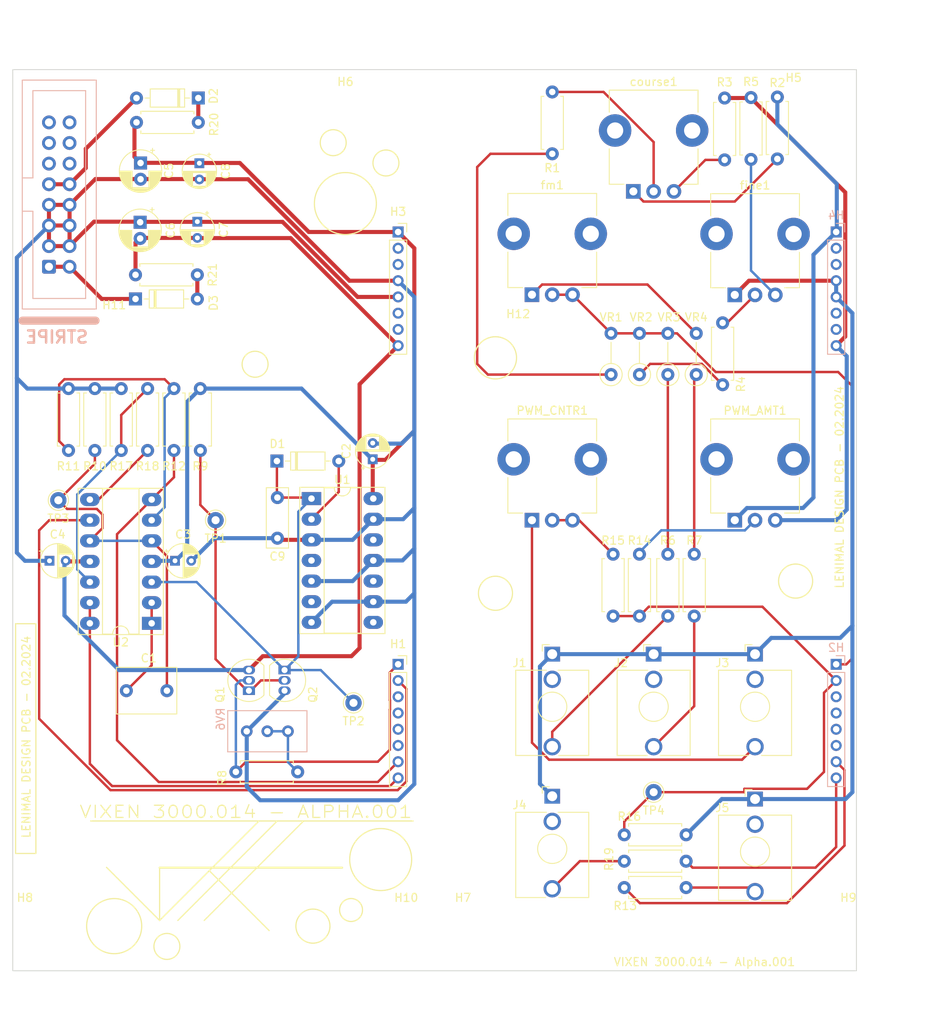
<source format=kicad_pcb>
(kicad_pcb (version 20221018) (generator pcbnew)
  (layers (0 "F.Cu" signal) (31 "B.Cu" signal) (34 "B.Paste" user) (35 "F.Paste" user) (36 "B.SilkS" user "B.Silkscreen") (37 "F.SilkS" user "F.Silkscreen") (38 "B.Mask" user) (39 "F.Mask" user) (44 "Edge.Cuts" user))
  (net 0 "")
  (net 1 "Net-(U2A--)")
  (net 2 "Net-(U2B-+)")
  (net 3 "GNDD")
  (net 4 "+12V")
  (net 5 "-12V")
  (net 6 "Net-(R2-Pad1)")
  (net 7 "Net-(R1-Pad1)")
  (net 8 "Net-(R3-Pad2)")
  (net 9 "Net-(D1-A)")
  (net 10 "Net-(R4-Pad1)")
  (net 11 "Net-(R5-Pad2)")
  (net 12 "Net-(VR4-Pad2)")
  (net 13 "Net-(Q1-B)")
  (net 14 "Net-(J1-PadT)")
  (net 16 "Net-(J2-PadT)")
  (net 18 "Net-(J3-PadT)")
  (net 20 "Net-(J4-PadT)")
  (net 22 "Net-(J5-PadT)")
  (net 30 "Net-(PWM_AMT1-Pad2)")
  (net 31 "Net-(Q1-C)")
  (net 32 "Net-(R1-Pad2)")
  (net 33 "Net-(R4-Pad2)")
  (net 34 "Net-(R6-Pad2)")
  (net 35 "Net-(R7-Pad2)")
  (net 36 "Net-(R8-Pad2)")
  (net 37 "Net-(U2B--)")
  (net 38 "Net-(U2D-+)")
  (net 39 "Net-(R18-Pad1)")
  (net 45 "Net-(PWM_CNTR1-Pad2)")
  (net 46 "Net-(D1-K)")
  (net 47 "Net-(U2C--)")
  (net 48 "Net-(H1-Pad7)")
  (net 49 "Net-(U2D--)")
  (net 50 "Net-(H2-Pad2)")
  (net 51 "Net-(H2-Pad7)")
  (net 52 "Net-(H2-Pad8)")
  (net 69 "Net-(H2-Pad1)")
  (net 70 "Net-(D2-K)")
  (net 71 "Net-(D2-A)")
  (net 72 "Net-(D3-K)")
  (net 73 "Net-(D3-A)")
  (footprint "synth-custom:R_Axial_DIN0207_L6.3mm_D2.5mm_P7.62mm_Horizontal" (layer "F.Cu") (at 41.97 97.71 90)
    (fp_text reference "R17")
    (fp_text value "68K")
  )
  (footprint "synth-custom:R_Axial_DIN0207_L6.3mm_D2.5mm_P7.62mm_Horizontal" (layer "F.Cu") (at 116.35 54.3 -90)
    (fp_text reference "R3")
    (fp_text value "33K")
  )
  (footprint "Capacitor_THT:CP_Radial_D5.0mm_P2.00mm" (layer "F.Cu") (at 44.3 69.6 -90)
    (fp_text reference "C6")
    (fp_text value "47uFx16V")
  )
  (footprint "Capacitor_THT:CP_Radial_D4.0mm_P2.00mm" (layer "F.Cu") (at 72.97 98.8 90)
    (fp_text reference "C2")
    (fp_text value "0.1uF")
  )
  (footprint "synth-custom:R_Axial_DIN0207_L6.3mm_D2.5mm_P7.62mm_Horizontal" (layer "F.Cu") (at 43.73 76.0774)
    (fp_text reference "R21")
    (fp_text value "10")
  )
  (footprint "Resistor_THT:R_Axial_DIN0207_L6.3mm_D2.5mm_P5.08mm_Vertical" (layer "F.Cu") (at 109.35 88.365 90)
    (fp_text reference "VR3")
    (fp_text value "NTC 10K")
  )
  (footprint "Connector_Pin:Pin_D1.0mm_L10.0mm" (layer "F.Cu") (at 53.6 106.3)
    (fp_text reference "TP1")
    (fp_text value "A")
  )
  (footprint "synth-custom:R_Axial_DIN0207_L6.3mm_D2.5mm_P7.62mm_Horizontal" (layer "F.Cu") (at 109.35 118.11 90)
    (fp_text reference "R6")
    (fp_text value "100K")
  )
  (footprint "synth-custom:R_Axial_DIN0207_L6.3mm_D2.5mm_P7.62mm_Horizontal" (layer "F.Cu") (at 105.85 118.11 90)
    (fp_text reference "R14")
    (fp_text value "100K")
  )
  (footprint "MountingHole:MountingHole_3.5mm" (layer "F.Cu") (at 95.1 84.3)
    (fp_text reference "H12")
    (fp_text value "MountingHole" hide)
  )
  (footprint "Potentiometer_THT:Potentiometer_TT_P0915N" (layer "F.Cu") (at 105.1 65.8)
    (fp_text reference "course1")
    (fp_text value "B100K")
  )
  (footprint "synth-custom:PinSocket_1x08_P2.00mm_Vertical" (layer "F.Cu") (at 76.1 124.05)
    (fp_text reference "H1")
    (fp_text value "BTN_SGN")
  )
  (footprint "MountingHole:MountingHole_3.5mm" (layer "F.Cu") (at 41.1 84.3)
    (fp_text reference "H11")
    (fp_text value "MountingHole")
  )
  (footprint "MountingHole:MountingHole_3.5mm" (layer "F.Cu") (at 87.1 157.3)
    (fp_text reference "H7")
    (fp_text value "MountingHole")
  )
  (footprint "Capacitor_THT:CP_Radial_D4.0mm_P2.00mm" (layer "F.Cu") (at 48.6 111.3)
    (fp_text reference "C3")
    (fp_text value "0.1uF")
  )
  (footprint "Diode_THT:D_DO-35_SOD27_P7.62mm_Horizontal" (layer "F.Cu") (at 43.73 79.05)
    (fp_text reference "D3")
    (fp_text value "1N5819")
  )
  (footprint "synth-custom:Jack_3.5mm_QingPu_WQP-PJ398SM_Vertical_CircularHoles" (layer "F.Cu") (at 120.1 140.65)
    (fp_text reference "J5")
    (fp_text value "SAW")
  )
  (footprint "Resistor_THT:R_Axial_DIN0207_L6.3mm_D2.5mm_P5.08mm_Vertical" (layer "F.Cu") (at 102.35 88.365 90)
    (fp_text reference "VR1")
    (fp_text value "NTC 10K")
  )
  (footprint "synth-custom:R_Axial_DIN0207_L6.3mm_D2.5mm_P7.62mm_Horizontal" (layer "F.Cu") (at 112.6 118.11 90)
    (fp_text reference "R7")
    (fp_text value "100K")
  )
  (footprint "synth-custom:R_Axial_DIN0207_L6.3mm_D2.5mm_P7.62mm_Horizontal" (layer "F.Cu") (at 111.6 148.3 180)
    (fp_text reference "R19")
    (fp_text value "1K")
  )
  (footprint "synth-custom:R_Axial_DIN0207_L6.3mm_D2.5mm_P7.62mm_Horizontal" (layer "F.Cu") (at 38.72 90.09 -90)
    (fp_text reference "R10")
    (fp_text value "100K")
  )
  (footprint "MountingHole:MountingHole_3.5mm" (layer "F.Cu") (at 74.1 157.3)
    (fp_text reference "H10")
    (fp_text value "MountingHole" hide)
  )
  (footprint "Capacitor_THT:CP_Radial_D4.0mm_P2.00mm" (layer "F.Cu") (at 51.6 62.327401 -90)
    (fp_text reference "C8")
    (fp_text value "0.1uF")
  )
  (footprint "synth-custom:Jack_3.5mm_QingPu_WQP-PJ398SM_Vertical_CircularHoles" (layer "F.Cu") (at 107.6 122.8)
    (fp_text reference "J2")
    (fp_text value "FM")
  )
  (footprint "synth-custom:R_Axial_DIN0207_L6.3mm_D2.5mm_P7.62mm_Horizontal" (layer "F.Cu") (at 119.6 54.24 -90)
    (fp_text reference "R5")
    (fp_text value "100K")
  )
  (footprint "MountingHole:MountingHole_3.5mm" (layer "F.Cu") (at 128.1 157.3)
    (fp_text reference "H9")
    (fp_text value "MountingHole" hide)
  )
  (footprint "MountingHole:MountingHole_3.5mm" (layer "F.Cu") (at 128.1 55.3)
    (fp_text reference "H5")
    (fp_text value "MountingHole" hide)
  )
  (footprint "MountingHole:MountingHole_3.5mm" (layer "F.Cu") (at 74.1 55.3)
    (fp_text reference "H6")
    (fp_text value "MountingHole" hide)
  )
  (footprint "Diode_THT:D_DO-35_SOD27_P7.62mm_Horizontal" (layer "F.Cu") (at 51.47 54.3 180)
    (fp_text reference "D2")
    (fp_text value "1N5819")
  )
  (footprint "synth-custom:R_Axial_DIN0207_L6.3mm_D2.5mm_P7.62mm_Horizontal" (layer "F.Cu") (at 56.1 137.3)
    (fp_text reference "R8")
    (fp_text value "1.5K")
  )
  (footprint "Potentiometer_THT:Potentiometer_TT_P0915N" (layer "F.Cu") (at 92.6 106.3)
    (fp_text reference "PWM_CNTR1")
    (fp_text value "B250K")
  )
  (footprint "Capacitor_THT:CP_Radial_D4.0mm_P2.00mm" (layer "F.Cu") (at 33.127401 111.3)
    (fp_text reference "C4")
    (fp_text value "0.1uF")
  )
  (footprint "MountingHole:MountingHole_3.5mm" (layer "F.Cu") (at 33.1 157.3)
    (fp_text reference "H8")
    (fp_text value "MountingHole")
  )
  (footprint "Package_TO_SOT_THT:TO-92_Inline" (layer "F.Cu") (at 62.1 124.76 -90)
    (fp_text reference "Q2")
    (fp_text value "BC548")
  )
  (footprint "synth-custom:Jack_3.5mm_QingPu_WQP-PJ398SM_Vertical_CircularHoles" (layer "F.Cu") (at 120.1 122.8)
    (fp_text reference "J3")
    (fp_text value "PWM")
  )
  (footprint "Diode_THT:D_DO-35_SOD27_P7.62mm_Horizontal" (layer "F.Cu") (at 61.16 99.015)
    (fp_text reference "D1")
    (fp_text value "1N4148")
  )
  (footprint "Capacitor_THT:CP_Radial_D5.0mm_P2.00mm" (layer "F.Cu") (at 44.35 62.3 -90)
    (fp_text reference "C5")
    (fp_text value "47uFx16V")
  )
  (footprint "Package_TO_SOT_THT:TO-92_Inline" (layer "F.Cu") (at 57.71 127.3 90)
    (fp_text reference "Q1")
    (fp_text value "BC558")
  )
  (footprint "synth-custom:Jack_3.5mm_QingPu_WQP-PJ398SM_Vertical_CircularHoles" (layer "F.Cu") (at 95.1 140.3)
    (fp_text reference "J4")
    (fp_text value "PULSE")
  )
  (footprint "Connector_Pin:Pin_D1.0mm_L10.0mm" (layer "F.Cu") (at 70.6 128.8)
    (fp_text reference "TP2")
    (fp_text value "B")
  )
  (footprint "Capacitor_THT:CP_Radial_D4.0mm_P2.00mm" (layer "F.Cu") (at 51.35 69.527401 -90)
    (fp_text reference "C7")
    (fp_text value "0.1uF")
  )
  (footprint "Potentiometer_THT:Potentiometer_TT_P0915N" (layer "F.Cu") (at 92.6 78.525)
    (fp_text reference "fm1")
    (fp_text value "B1M")
  )
  (footprint "synth-custom:R_Axial_DIN0207_L6.3mm_D2.5mm_P7.62mm_Horizontal" (layer "F.Cu") (at 102.6 118.11 90)
    (fp_text reference "R15")
    (fp_text value "68K")
  )
  (footprint "synth-custom:R_Axial_DIN0207_L6.3mm_D2.5mm_P7.62mm_Horizontal" (layer "F.Cu") (at 111.6 151.55 180)
    (fp_text reference "R13")
    (fp_text value "1K")
  )
  (footprint "synth-custom:R_Axial_DIN0207_L6.3mm_D2.5mm_P7.62mm_Horizontal" (layer "F.Cu") (at 122.85 61.8 90)
    (fp_text reference "R2")
    (fp_text value "100K")
  )
  (footprint "synth-custom:R_Axial_DIN0207_L6.3mm_D2.5mm_P7.62mm_Horizontal" (layer "F.Cu") (at 43.85 57.3)
    (fp_text reference "R20")
    (fp_text value "10")
  )
  (footprint "synth-custom:R_Axial_DIN0207_L6.3mm_D2.5mm_P7.62mm_Horizontal" (layer "F.Cu") (at 45.22 97.71 90)
    (fp_text reference "R18")
    (fp_text value "100K")
  )
  (footprint "Connector_Pin:Pin_D1.0mm_L10.0mm" (layer "F.Cu") (at 107.6 139.8)
    (fp_text reference "TP4")
    (fp_text value "D")
  )
  (footprint "synth-custom:R_Axial_DIN0207_L6.3mm_D2.5mm_P7.62mm_Horizontal" (layer "F.Cu") (at 95.1 53.55 -90)
    (fp_text reference "R1")
    (fp_text value "100K")
  )
  (footprint "Resistor_THT:R_Axial_DIN0207_L6.3mm_D2.5mm_P5.08mm_Vertical" (layer "F.Cu") (at 112.85 88.365 90)
    (fp_text reference "VR4")
    (fp_text value "NTC 10K")
  )
  (footprint "Resistor_THT:R_Axial_DIN0207_L6.3mm_D2.5mm_P5.08mm_Vertical" (layer "F.Cu") (at 105.85 88.365 90)
    (fp_text reference "VR2")
    (fp_text value "NTC 10K")
  )
  (footprint "Package_DIP:DIP-14_W7.62mm_Socket_LongPads" (layer "F.Cu") (at 65.42 103.64)
    (fp_text reference "U1")
    (fp_text value "40106")
  )
  (footprint "Connector_Pin:Pin_D1.0mm_L10.0mm" (layer "F.Cu") (at 34.22 103.84)
    (fp_text reference "TP3")
    (fp_text value "C")
  )
  (footprint "Package_DIP:DIP-14_W7.62mm_Socket_LongPads" (layer "F.Cu") (at 45.72 119 180)
    (fp_text reference "U2")
    (fp_text value "TL074")
  )
  (footprint "synth-custom:R_Axial_DIN0207_L6.3mm_D2.5mm_P7.62mm_Horizontal" (layer "F.Cu") (at 48.47 97.71 90)
    (fp_text reference "R12")
    (fp_text value "100K")
  )
  (footprint "Potentiometer_THT:Potentiometer_TT_P0915N" (layer "F.Cu") (at 117.6 78.55)
    (fp_text reference "fine1")
    (fp_text value "B100K")
  )
  (footprint "synth-custom:C_RECT_MKT_1uF" (layer "F.Cu") (at 42.6 127.3)
    (fp_text reference "C1")
    (fp_text value "1 uF")
  )
  (footprint "Potentiometer_THT:Potentiometer_TT_P0915N" (layer "F.Cu") (at 117.6 106.3)
    (fp_text reference "PWM_AMT1")
    (fp_text value "B100K")
  )
  (footprint "synth-custom:R_Axial_DIN0207_L6.3mm_D2.5mm_P7.62mm_Horizontal" (layer "F.Cu") (at 103.98 145.05)
    (fp_text reference "R16")
    (fp_text value "14K")
  )
  (footprint "synth-custom:Jack_3.5mm_QingPu_WQP-PJ398SM_Vertical_CircularHoles" (layer "F.Cu") (at 95.1 122.8)
    (fp_text reference "J1")
    (fp_text value "1V/OCT")
  )
  (footprint "synth-custom:R_Axial_DIN0207_L6.3mm_D2.5mm_P7.62mm_Horizontal" (layer "F.Cu") (at 51.72 97.71 90)
    (fp_text reference "R9")
    (fp_text value "1M")
  )
  (footprint "synth-custom:PinSocket_1x08_P2.00mm_Vertical" (layer "F.Cu") (at 76.1 70.8)
    (fp_text reference "H3")
    (fp_text value "BTM_PWR")
  )
  (footprint "synth-custom:R_Axial_DIN0207_L6.3mm_D2.5mm_P7.62mm_Horizontal" (layer "F.Cu") (at 35.47 90.09 -90)
    (fp_text reference "R11")
    (fp_text value "47K")
  )
  (footprint "synth-custom:R_Axial_DIN0207_L6.3mm_D2.5mm_P7.62mm_Horizontal" (layer "F.Cu") (at 116.1 81.99 -90)
    (fp_text reference "R4")
    (fp_text value "1M")
  )
  (footprint "synth-custom:C_RECT_WIMA_0.1uF" (layer "F.Cu") (at 61.22 103.515 -90)
    (fp_text reference "C9")
    (fp_text value "2.2nF")
  )
  (footprint "synth-custom:CONN_02x08_PWR" (layer "B.Cu") (at 34.3 66.22 180)
    (fp_text reference "J6" hide)
    (fp_text value "PWR" hide)
  )
  (footprint "synth-custom:PinHeader_1x08_P2.00mm_Vertical" (layer "B.Cu") (at 130.1 70.8 180)
    (fp_text reference "H4")
    (fp_text value "TOP_PWR")
  )
  (footprint "synth-custom:PinHeader_1x08_P2.00mm_Vertical" (layer "B.Cu") (at 130.1 124.05 180)
    (fp_text reference "H2")
    (fp_text value "TOP_SGN")
  )
  (footprint "Potentiometer_THT:Potentiometer_Bourns_3296W_Vertical" (layer "B.Cu") (at 62.52 132.3)
    (fp_text reference "RV6")
    (fp_text value "1K")
  )
  (gr_circle (center 125.1 113.8) (end 127.2 113.8) (stroke (width 0.15)) (fill none) (layer "F.SilkS"))
  (gr_line (start 58.95 143.35) (end 46.7 155.6) (stroke (width 0.15)) (layer "F.SilkS"))
  (gr_line (start 61.2 143.35) (end 48.95 155.6) (stroke (width 0.15)) (layer "F.SilkS"))
  (gr_circle (center 47.6 158.8) (end 49.2 158.8) (stroke (width 0.15)) (fill none) (layer "F.SilkS"))
  (gr_line (start 64.45 143.35) (end 52.2 155.6) (stroke (width 0.15)) (layer "F.SilkS"))
  (gr_rect (start 28.95 119.05) (end 31.45 147.35) (stroke (width 0.15)) (fill none) (layer "F.SilkS"))
  (gr_circle (center 73.95 148.1) (end 76.65 150.8) (stroke (width 0.15)) (fill none) (layer "F.SilkS"))
  (gr_circle (center 65.6 156.3) (end 67.7 156.3) (stroke (width 0.15)) (fill none) (layer "F.SilkS"))
  (gr_circle (center 74.6 62.3) (end 76.2 62.3) (stroke (width 0.15)) (fill none) (layer "F.SilkS"))
  (gr_circle (center 70.3 154.314213) (end 71.3 155.314213) (stroke (width 0.15)) (fill none) (layer "F.SilkS"))
  (gr_circle (center 88.1 86.3) (end 90.7 86.3) (stroke (width 0.15)) (fill none) (layer "F.SilkS"))
  (gr_circle (center 69.6 67.3) (end 72.3 70) (stroke (width 0.15)) (fill none) (layer "F.SilkS"))
  (gr_circle (center 41.1 156.3) (end 43.5 158.7) (stroke (width 0.15)) (fill none) (layer "F.SilkS"))
  (gr_line (start 46.7 155.6) (end 46.7 149.1) (stroke (width 0.15)) (layer "F.SilkS"))
  (gr_circle (center 58.47 87.09) (end 60.07 87.09) (stroke (width 0.15)) (fill none) (layer "F.SilkS"))
  (gr_line (start 52.825 149.475) (end 60.2 156.85) (stroke (width 0.15)) (layer "F.SilkS"))
  (gr_line (start 46.7 155.6) (end 40.159451 149.059451) (stroke (width 0.15)) (layer "F.SilkS"))
  (gr_line (start 38.2 143.35) (end 77.95 143.35) (stroke (width 0.15)) (layer "F.SilkS"))
  (gr_line (start 46.7 149.1) (end 69.2 149.1) (stroke (width 0.25)) (layer "F.SilkS"))
  (gr_circle (center 68.1 59.8) (end 69.7 59.8) (stroke (width 0.15)) (fill none) (layer "F.SilkS"))
  (gr_circle (center 88.1 115.3) (end 90.2 115.3) (stroke (width 0.15)) (fill none) (layer "F.SilkS"))
  (gr_rect (start 28.6 50.8) (end 132.6 161.8) (stroke (width 0.1)) (fill none) (layer "Edge.Cuts"))
  (gr_text "VIXEN 3000.014 - Alpha.001" (at 102.6 161.3) (layer "F.SilkS") (effects (font (size 1 1)) (justify left bottom)))
  (gr_text "LENIMAL DESIGN PCB - 02.2024" (at 30.85 145.55 90) (layer "F.SilkS") (effects (font (size 1 1)) (justify left bottom)))
  (gr_text "VIXEN 3000.014 - ALPHA.001" (at 36.7 143.1) (layer "F.SilkS") (effects (font (size 1.5 1.8)) (justify left bottom)))
  (gr_text "LENIMAL DESIGN PCB - 02.2024" (at 131.1 114.8 90) (layer "F.SilkS") (effects (font (size 1 1)) (justify left bottom)))
  (segment (start 45.72 119) (end 45.72 124.18) (width 0.3) (layer "F.Cu") (net 1))
  (segment (start 45.72 116.46) (end 45.72 119) (width 0.3) (layer "F.Cu") (net 1))
  (segment (start 45.72 124.18) (end 42.6 127.3) (width 0.3) (layer "F.Cu") (net 1))
  (segment (start 47.6 127.3) (end 47.6 110.72) (width 0.3) (layer "F.Cu") (net 2))
  (segment (start 38.96 104.91) (end 35.29 104.91) (width 0.3) (layer "F.Cu") (net 2))
  (segment (start 39.65 107.29) (end 39.65 105.6) (width 0.3) (layer "F.Cu") (net 2))
  (segment (start 47.6 110.72) (end 45.72 108.84) (width 0.3) (layer "F.Cu") (net 2))
  (segment (start 38.72 99.34) (end 34.22 103.84) (width 0.3) (layer "F.Cu") (net 2))
  (segment (start 35.29 104.91) (end 34.22 103.84) (width 0.3) (layer "F.Cu") (net 2))
  (segment (start 38.72 97.71) (end 38.72 99.34) (width 0.3) (layer "F.Cu") (net 2))
  (segment (start 38.1 108.84) (end 39.65 107.29) (width 0.3) (layer "F.Cu") (net 2))
  (segment (start 39.65 105.6) (end 38.96 104.91) (width 0.3) (layer "F.Cu") (net 2))
  (segment (start 45.72 108.84) (end 38.1 108.84) (width 0.3) (layer "B.Cu") (net 2))
  (segment (start 61.425 108.72) (end 61.22 108.515) (width 0.5) (layer "F.Cu") (net 3))
  (segment (start 44.35 64.282513) (end 51.582513 64.282513) (width 0.5) (layer "F.Cu") (net 3))
  (segment (start 44.307487 69.55) (end 44.29 69.532513) (width 0.5) (layer "F.Cu") (net 3))
  (segment (start 51.35 69.55) (end 44.307487 69.55) (width 0.5) (layer "F.Cu") (net 3))
  (segment (start 119.35 76.8) (end 117.6 78.55) (width 0.5) (layer "F.Cu") (net 3))
  (segment (start 38.607487 69.532513) (end 35.6 72.54) (width 0.5) (layer "F.Cu") (net 3))
  (segment (start 65.42 108.72) (end 61.425 108.72) (width 0.5) (layer "F.Cu") (net 3))
  (segment (start 51.35 69.55) (end 61.85 69.55) (width 0.5) (layer "F.Cu") (net 3))
  (segment (start 35.6 70) (end 35.6 72.54) (width 0.5) (layer "F.Cu") (net 3))
  (segment (start 33.06 70) (end 35.6 70) (width 0.5) (layer "F.Cu") (net 3))
  (segment (start 51.582513 64.282513) (end 51.6 64.3) (width 0.5) (layer "F.Cu") (net 3))
  (segment (start 33.06 67.46) (end 35.6 67.46) (width 0.5) (layer "F.Cu") (net 3))
  (segment (start 35.6 72.54) (end 33.06 72.54) (width 0.5) (layer "F.Cu") (net 3))
  (segment (start 57.6 64.3) (end 70.1 76.8) (width 0.5) (layer "F.Cu") (net 3))
  (segment (start 61.85 69.55) (end 71.1 78.8) (width 0.5) (layer "F.Cu") (net 3))
  (segment (start 33.06 72.54) (end 33.06 70) (width 0.5) (layer "F.Cu") (net 3))
  (segment (start 33.06 70) (end 33.06 67.46) (width 0.5) (layer "F.Cu") (net 3))
  (segment (start 51.6 64.3) (end 57.6 64.3) (width 0.5) (layer "F.Cu") (net 3))
  (segment (start 130.1 76.8) (end 119.35 76.8) (width 0.5) (layer "F.Cu") (net 3))
  (segment (start 38.777487 64.282513) (end 44.35 64.282513) (width 0.5) (layer "F.Cu") (net 3))
  (segment (start 70.1 76.8) (end 76.1 76.8) (width 0.5) (layer "F.Cu") (net 3))
  (segment (start 44.29 69.532513) (end 38.607487 69.532513) (width 0.5) (layer "F.Cu") (net 3))
  (segment (start 35.6 67.46) (end 35.6 70) (width 0.5) (layer "F.Cu") (net 3))
  (segment (start 35.6 67.46) (end 38.777487 64.282513) (width 0.5) (layer "F.Cu") (net 3))
  (segment (start 71.1 78.8) (end 76.1 78.8) (width 0.5) (layer "F.Cu") (net 3))
  (segment (start 76.1 76.8) (end 78.1 78.8) (width 0.5) (layer "B.Cu") (net 3))
  (segment (start 73.04 116.34) (end 67.96 116.34) (width 0.5) (layer "B.Cu") (net 3))
  (segment (start 41.97 90.09) (end 38.72 90.09) (width 0.5) (layer "B.Cu") (net 3))
  (segment (start 78.1 95.3) (end 78.1 104.8) (width 0.5) (layer "B.Cu") (net 3))
  (segment (start 93.585 124.315) (end 93.585 138.785) (width 0.5) (layer "B.Cu") (net 3))
  (segment (start 57.44 132.3) (end 62.1 127.64) (width 0.5) (layer "B.Cu") (net 3))
  (segment (start 29.1 88.8) (end 29.1 110.3) (width 0.5) (layer "B.Cu") (net 3))
  (segment (start 67.96 116.34) (end 65.42 118.88) (width 0.5) (layer "B.Cu") (net 3))
  (segment (start 132.1 139.8) (end 131.25 140.65) (width 0.5) (layer "B.Cu") (net 3))
  (segment (start 30.39 90.09) (end 29.1 88.8) (width 0.5) (layer "B.Cu") (net 3))
  (segment (start 53.455 108.515) (end 50.67 111.3) (width 0.5) (layer "B.Cu") (net 3))
  (segment (start 73.04 116.34) (end 77.06 116.34) (width 0.5) (layer "B.Cu") (net 3))
  (segment (start 29.1 73.96) (end 29.1 88.8) (width 0.5) (layer "B.Cu") (net 3))
  (segment (start 61.22 108.515) (end 53.455 108.515) (width 0.5) (layer "B.Cu") (net 3))
  (segment (start 76.1 140.8) (end 59.1 140.8) (width 0.5) (layer "B.Cu") (net 3))
  (segment (start 77.06 116.34) (end 78.1 115.3) (width 0.5) (layer "B.Cu") (net 3))
  (segment (start 132.1 119.3) (end 132.1 139.8) (width 0.5) (layer "B.Cu") (net 3))
  (segment (start 78.1 138.8) (end 76.1 140.8) (width 0.5) (layer "B.Cu") (net 3))
  (segment (start 29.1 110.3) (end 30.1 111.3) (width 0.5) (layer "B.Cu") (net 3))
  (segment (start 62.1 127.64) (end 62.1 127.3) (width 0.5) (layer "B.Cu") (net 3))
  (segment (start 130.1 78.8) (end 132.1 80.8) (width 0.5) (layer "B.Cu") (net 3))
  (segment (start 107.6 122.8) (end 95.1 122.8) (width 0.5) (layer "B.Cu") (net 3))
  (segment (start 76.64 111.26) (end 78.1 109.8) (width 0.5) (layer "B.Cu") (net 3))
  (segment (start 130.6 120.8) (end 132.1 119.3) (width 0.5) (layer "B.Cu") (net 3))
  (segment (start 93.585 138.785) (end 95.1 140.3) (width 0.5) (layer "B.Cu") (net 3))
  (segment (start 65.42 108.72) (end 70.5 108.72) (width 0.5) (layer "B.Cu") (net 3))
  (segment (start 120.1 122.8) (end 122.1 120.8) (width 0.5) (layer "B.Cu") (net 3))
  (segment (start 76.72 106.18) (end 78.1 104.8) (width 0.5) (layer "B.Cu") (net 3))
  (segment (start 72.97 96.867401) (end 76.532599 96.867401) (width 0.5) (layer "B.Cu") (net 3))
  (segment (start 38.72 90.09) (end 35.47 90.09) (width 0.5) (layer "B.Cu") (net 3))
  (segment (start 59.1 140.8) (end 57.44 139.14) (width 0.5) (layer "B.Cu") (net 3))
  (segment (start 30.1 111.3) (end 32.97 111.3) (width 0.5) (layer "B.Cu") (net 3))
  (segment (start 120.1 140.65) (end 116 140.65) (width 0.5) (layer "B.Cu") (net 3))
  (segment (start 33.06 70) (end 29.1 73.96) (width 0.5) (layer "B.Cu") (net 3))
  (segment (start 78.1 104.8) (end 78.1 109.8) (width 0.5) (layer "B.Cu") (net 3))
  (segment (start 70.5 108.72) (end 73.04 106.18) (width 0.5) (layer "B.Cu") (net 3))
  (segment (start 35.47 90.09) (end 30.39 90.09) (width 0.5) (layer "B.Cu") (net 3))
  (segment (start 73.04 106.18) (end 76.72 106.18) (width 0.5) (layer "B.Cu") (net 3))
  (segment (start 57.44 139.14) (end 57.44 132.3) (width 0.5) (layer "B.Cu") (net 3))
  (segment (start 116 140.65) (end 111.6 145.05) (width 0.5) (layer "B.Cu") (net 3))
  (segment (start 70.5 113.8) (end 73.04 111.26) (width 0.5) (layer "B.Cu") (net 3))
  (segment (start 130.1 76.8) (end 130.1 78.8) (width 0.5) (layer "B.Cu") (net 3))
  (segment (start 131.25 140.65) (end 120.1 140.65) (width 0.5) (layer "B.Cu") (net 3))
  (segment (start 78.1 78.8) (end 78.1 95.3) (width 0.5) (layer "B.Cu") (net 3))
  (segment (start 78.1 109.8) (end 78.1 115.3) (width 0.5) (layer "B.Cu") (net 3))
  (segment (start 132.1 80.8) (end 132.1 119.3) (width 0.5) (layer "B.Cu") (net 3))
  (segment (start 95.1 122.8) (end 93.585 124.315) (width 0.5) (layer "B.Cu") (net 3))
  (segment (start 65.42 113.8) (end 70.5 113.8) (width 0.5) (layer "B.Cu") (net 3))
  (segment (start 73.04 111.26) (end 76.64 111.26) (width 0.5) (layer "B.Cu") (net 3))
  (segment (start 120.1 122.8) (end 107.6 122.8) (width 0.5) (layer "B.Cu") (net 3))
  (segment (start 122.1 120.8) (end 130.6 120.8) (width 0.5) (layer "B.Cu") (net 3))
  (segment (start 78.1 115.3) (end 78.1 138.8) (width 0.5) (layer "B.Cu") (net 3))
  (segment (start 76.532599 96.867401) (end 78.1 95.3) (width 0.5) (layer "B.Cu") (net 3))
  (segment (start 78.1 95.3) (end 78.1 72.8) (width 0.5) (layer "F.Cu") (net 4))
  (segment (start 56.58995 62.3) (end 65.08995 70.8) (width 0.5) (layer "F.Cu") (net 4))
  (segment (start 72.97 98.867401) (end 72.97 103.57) (width 0.5) (layer "F.Cu") (net 4))
  (segment (start 74.532599 98.867401) (end 78.1 95.3) (width 0.5) (layer "F.Cu") (net 4))
  (segment (start 43.6 61.532513) (end 43.6 57.55) (width 0.5) (layer "F.Cu") (net 4))
  (segment (start 78.1 72.8) (end 76.1 70.8) (width 0.5) (layer "F.Cu") (net 4))
  (segment (start 43.6 57.55) (end 43.85 57.3) (width 0.5) (layer "F.Cu") (net 4))
  (segment (start 72.97 103.57) (end 73.04 103.64) (width 0.5) (layer "F.Cu") (net 4))
  (segment (start 51.6 62.3) (end 56.58995 62.3) (width 0.5) (layer "F.Cu") (net 4))
  (segment (start 44.35 62.282513) (end 43.6 61.532513) (width 0.5) (layer "F.Cu") (net 4))
  (segment (start 51.582513 62.282513) (end 51.6 62.3) (width 0.5) (layer "F.Cu") (net 4))
  (segment (start 44.35 62.282513) (end 51.582513 62.282513) (width 0.5) (layer "F.Cu") (net 4))
  (segment (start 65.08995 70.8) (end 76.1 70.8) (width 0.5) (layer "F.Cu") (net 4))
  (segment (start 72.97 98.867401) (end 74.532599 98.867401) (width 0.5) (layer "F.Cu") (net 4))
  (segment (start 64.192599 90.09) (end 72.97 98.867401) (width 0.5) (layer "B.Cu") (net 4))
  (segment (start 130.1 70.8) (end 130.175 70.725) (width 0.5) (layer "B.Cu") (net 4))
  (segment (start 127.3 103.509189) (end 126.009189 104.8) (width 0.5) (layer "B.Cu") (net 4))
  (segment (start 122.85 57.55) (end 122.85 54.18) (width 0.5) (layer "B.Cu") (net 4))
  (segment (start 127.3 73.6) (end 127.3 103.509189) (width 0.5) (layer "B.Cu") (net 4))
  (segment (start 50.1 91.71) (end 50.1 109.87) (width 0.5) (layer "B.Cu") (net 4))
  (segment (start 48.67 111.3) (end 45.8 111.3) (width 0.5) (layer "B.Cu") (net 4))
  (segment (start 126.009189 104.8) (end 119.1 104.8) (width 0.5) (layer "B.Cu") (net 4))
  (segment (start 50.1 109.87) (end 48.67 111.3) (width 0.5) (layer "B.Cu") (net 4))
  (segment (start 119.1 104.8) (end 117.6 106.3) (width 0.5) (layer "B.Cu") (net 4))
  (segment (start 45.8 111.3) (end 45.72 111.38) (width 0.5) (layer "B.Cu") (net 4))
  (segment (start 51.72 90.09) (end 50.1 91.71) (width 0.5) (layer "B.Cu") (net 4))
  (segment (start 130.175 70.725) (end 130.175 64.875) (width 0.5) (layer "B.Cu") (net 4))
  (segment (start 130.175 64.875) (end 122.85 57.55) (width 0.5) (layer "B.Cu") (net 4))
  (segment (start 51.72 90.09) (end 64.192599 90.09) (width 0.5) (layer "B.Cu") (net 4))
  (segment (start 130.1 70.8) (end 127.3 73.6) (width 0.5) (layer "B.Cu") (net 4))
  (segment (start 38.1 111.38) (end 35.05 111.38) (width 0.5) (layer "F.Cu") (net 5))
  (segment (start 43.73 76.0774) (end 43.73 72.092513) (width 0.5) (layer "F.Cu") (net 5))
  (segment (start 71.35 89.55) (end 76.1 84.8) (width 0.5) (layer "F.Cu") (net 5))
  (segment (start 119.6 54.24) (end 119.6 54.3) (width 0.5) (layer "F.Cu") (net 5))
  (segment (start 71.35 122.05) (end 71.35 89.55) (width 0.5) (layer "F.Cu") (net 5))
  (segment (start 131.225 83.675) (end 130.1 84.8) (width 0.5) (layer "F.Cu") (net 5))
  (segment (start 119.54 54.3) (end 119.6 54.24) (width 0.5) (layer "F.Cu") (net 5))
  (segment (start 119.6 54.3) (end 131.225 65.925) (width 0.5) (layer "F.Cu") (net 5))
  (segment (start 51.332513 71.532513) (end 51.35 71.55) (width 0.5) (layer "F.Cu") (net 5))
  (segment (start 62.85 71.55) (end 76.1 84.8) (width 0.5) (layer "F.Cu") (net 5))
  (segment (start 59.42 123.05) (end 70.35 123.05) (width 0.5) (layer "F.Cu") (net 5))
  (segment (start 131.225 65.925) (end 131.225 83.675) (width 0.5) (layer "F.Cu") (net 5))
  (segment (start 57.71 124.76) (end 59.42 123.05) (width 0.5) (layer "F.Cu") (net 5))
  (segment (start 44.29 71.532513) (end 51.332513 71.532513) (width 0.5) (layer "F.Cu") (net 5))
  (segment (start 51.35 71.55) (end 62.85 71.55) (width 0.5) (layer "F.Cu") (net 5))
  (segment (start 43.73 72.092513) (end 44.29 71.532513) (width 0.5) (layer "F.Cu") (net 5))
  (segment (start 70.35 123.05) (end 71.35 122.05) (width 0.5) (layer "F.Cu") (net 5))
  (segment (start 116.35 54.3) (end 119.54 54.3) (width 0.5) (layer "F.Cu") (net 5))
  (segment (start 35.05 111.38) (end 34.97 111.3) (width 0.5) (layer "B.Cu") (net 5))
  (segment (start 34.97 118.037767) (end 34.97 111.3) (width 0.5) (layer "B.Cu") (net 5))
  (segment (start 131.4 105) (end 130.1 106.3) (width 0.5) (layer "B.Cu") (net 5))
  (segment (start 41.692233 124.76) (end 34.97 118.037767) (width 0.5) (layer "B.Cu") (net 5))
  (segment (start 57.71 124.76) (end 41.692233 124.76) (width 0.5) (layer "B.Cu") (net 5))
  (segment (start 131.4 86.1) (end 131.4 105) (width 0.5) (layer "B.Cu") (net 5))
  (segment (start 130.1 106.3) (end 122.6 106.3) (width 0.5) (layer "B.Cu") (net 5))
  (segment (start 130.1 84.8) (end 131.4 86.1) (width 0.5) (layer "B.Cu") (net 5))
  (segment (start 106.35 67.05) (end 117.6 67.05) (width 0.3) (layer "F.Cu") (net 6))
  (segment (start 117.6 67.05) (end 122.85 61.8) (width 0.3) (layer "F.Cu") (net 6))
  (segment (start 105.1 65.8) (end 106.35 67.05) (width 0.3) (layer "F.Cu") (net 6))
  (segment (start 101.423402 53.55) (end 107.6 59.726598) (width 0.3) (layer "F.Cu") (net 7))
  (segment (start 107.6 59.726598) (end 107.6 65.8) (width 0.3) (layer "F.Cu") (net 7))
  (segment (start 95.1 53.55) (end 101.423402 53.55) (width 0.3) (layer "F.Cu") (net 7))
  (segment (start 116.35 61.92) (end 113.98 61.92) (width 0.3) (layer "F.Cu") (net 8))
  (segment (start 113.98 61.92) (end 110.1 65.8) (width 0.3) (layer "F.Cu") (net 8))
  (segment (start 68.78 102.82) (end 68.78 99.015) (width 0.3) (layer "F.Cu") (net 9))
  (segment (start 65.42 106.18) (end 68.78 102.82) (width 0.3) (layer "F.Cu") (net 9))
  (segment (start 116.66 81.99) (end 120.1 78.55) (width 0.3) (layer "F.Cu") (net 10))
  (segment (start 116.1 81.99) (end 116.66 81.99) (width 0.3) (layer "F.Cu") (net 10))
  (segment (start 119.6 61.86) (end 119.6 75.55) (width 0.3) (layer "B.Cu") (net 11))
  (segment (start 119.6 75.55) (end 122.6 78.55) (width 0.3) (layer "B.Cu") (net 11))
  (segment (start 106.84 77.275) (end 93.85 77.275) (width 0.3) (layer "F.Cu") (net 12))
  (segment (start 112.85 83.285) (end 106.84 77.275) (width 0.3) (layer "F.Cu") (net 12))
  (segment (start 93.85 77.275) (end 92.6 78.525) (width 0.3) (layer "F.Cu") (net 12))
  (segment (start 75.075 129.625431) (end 75.075 134.575) (width 0.3) (layer "F.Cu") (net 13))
  (segment (start 73.6 136.05) (end 57.35 136.05) (width 0.3) (layer "F.Cu") (net 13))
  (segment (start 75.075 125.075) (end 75.075 128.474569) (width 0.3) (layer "F.Cu") (net 13))
  (segment (start 75.075 134.575) (end 73.6 136.05) (width 0.3) (layer "F.Cu") (net 13))
  (segment (start 57.35 136.05) (end 56.1 137.3) (width 0.3) (layer "F.Cu") (net 13))
  (segment (start 75.075 128.474569) (end 75.1 128.499569) (width 0.3) (layer "F.Cu") (net 13))
  (segment (start 76.1 124.05) (end 75.075 125.075) (width 0.3) (layer "F.Cu") (net 13))
  (segment (start 75.1 129.600431) (end 75.075 129.625431) (width 0.3) (layer "F.Cu") (net 13))
  (segment (start 75.1 128.499569) (end 75.1 129.600431) (width 0.3) (layer "F.Cu") (net 13))
  (segment (start 56.1 126.59) (end 56.66 126.03) (width 0.3) (layer "B.Cu") (net 13))
  (segment (start 56.1 137.3) (end 56.1 126.59) (width 0.3) (layer "B.Cu") (net 13))
  (segment (start 56.66 126.03) (end 57.71 126.03) (width 0.3) (layer "B.Cu") (net 13))
  (segment (start 95.1 132.36) (end 95.1 134.2) (width 0.3) (layer "F.Cu") (net 14))
  (segment (start 109.35 118.11) (end 95.1 132.36) (width 0.3) (layer "F.Cu") (net 14))
  (segment (start 112.6 118.11) (end 112.6 129.2) (width 0.3) (layer "F.Cu") (net 16))
  (segment (start 112.6 129.2) (end 107.6 134.2) (width 0.3) (layer "F.Cu") (net 16))
  (segment (start 118.5 135.8) (end 120.1 134.2) (width 0.3) (layer "F.Cu") (net 18))
  (segment (start 92.6 133.701113) (end 94.698887 135.8) (width 0.3) (layer "F.Cu") (net 18))
  (segment (start 94.698887 135.8) (end 118.5 135.8) (width 0.3) (layer "F.Cu") (net 18))
  (segment (start 92.6 106.3) (end 92.6 133.701113) (width 0.3) (layer "F.Cu") (net 18))
  (segment (start 103.98 148.3) (end 98.5 148.3) (width 0.3) (layer "F.Cu") (net 20))
  (segment (start 98.5 148.3) (end 95.1 151.7) (width 0.3) (layer "F.Cu") (net 20))
  (segment (start 111.6 151.55) (end 119.6 151.55) (width 0.3) (layer "F.Cu") (net 22))
  (segment (start 119.6 151.55) (end 120.1 152.05) (width 0.3) (layer "F.Cu") (net 22))
  (segment (start 120.1 106.3) (end 118.85 107.55) (width 0.3) (layer "B.Cu") (net 30))
  (segment (start 108.54 107.55) (end 105.6 110.49) (width 0.3) (layer "B.Cu") (net 30))
  (segment (start 118.85 107.55) (end 108.54 107.55) (width 0.3) (layer "B.Cu") (net 30))
  (segment (start 57.71 127.3) (end 57.935 127.3) (width 0.3) (layer "F.Cu") (net 31))
  (segment (start 53.6 123.415) (end 57.485 127.3) (width 0.3) (layer "F.Cu") (net 31))
  (segment (start 57.935 127.3) (end 59.205 126.03) (width 0.3) (layer "F.Cu") (net 31))
  (segment (start 53.6 106.3) (end 53.6 123.415) (width 0.3) (layer "F.Cu") (net 31))
  (segment (start 51.72 97.71) (end 51.72 104.42) (width 0.3) (layer "F.Cu") (net 31))
  (segment (start 51.72 104.42) (end 53.6 106.3) (width 0.3) (layer "F.Cu") (net 31))
  (segment (start 59.205 126.03) (end 62.1 126.03) (width 0.3) (layer "F.Cu") (net 31))
  (segment (start 57.485 127.3) (end 57.71 127.3) (width 0.3) (layer "F.Cu") (net 31))
  (segment (start 87.165 88.365) (end 85.85 87.05) (width 0.3) (layer "F.Cu") (net 32))
  (segment (start 87.48 61.17) (end 95.1 61.17) (width 0.3) (layer "F.Cu") (net 32))
  (segment (start 85.85 62.8) (end 87.48 61.17) (width 0.3) (layer "F.Cu") (net 32))
  (segment (start 85.85 87.05) (end 85.85 62.8) (width 0.3) (layer "F.Cu") (net 32))
  (segment (start 102.35 88.365) (end 87.165 88.365) (width 0.3) (layer "F.Cu") (net 32))
  (segment (start 113.54 87.05) (end 107.165 87.05) (width 0.3) (layer "F.Cu") (net 33))
  (segment (start 107.165 87.05) (end 105.85 88.365) (width 0.3) (layer "F.Cu") (net 33))
  (segment (start 116.1 89.61) (end 113.54 87.05) (width 0.3) (layer "F.Cu") (net 33))
  (segment (start 109.35 110.49) (end 109.35 88.365) (width 0.3) (layer "F.Cu") (net 34))
  (segment (start 112.6 88.615) (end 112.85 88.365) (width 0.3) (layer "F.Cu") (net 35))
  (segment (start 112.6 110.49) (end 112.6 88.615) (width 0.3) (layer "F.Cu") (net 35))
  (segment (start 62.52 136.1) (end 63.72 137.3) (width 0.3) (layer "B.Cu") (net 36))
  (segment (start 62.52 132.3) (end 62.52 136.1) (width 0.3) (layer "B.Cu") (net 36))
  (segment (start 59.98 132.3) (end 62.52 132.3) (width 0.3) (layer "B.Cu") (net 36))
  (segment (start 34.32 96.56) (end 34.32 89.58) (width 0.3) (layer "F.Cu") (net 37))
  (segment (start 34.96 88.94) (end 47.32 88.94) (width 0.3) (layer "F.Cu") (net 37))
  (segment (start 35.47 97.71) (end 34.32 96.56) (width 0.3) (layer "F.Cu") (net 37))
  (segment (start 34.32 89.58) (end 34.96 88.94) (width 0.3) (layer "F.Cu") (net 37))
  (segment (start 47.32 88.94) (end 48.47 90.09) (width 0.3) (layer "F.Cu") (net 37))
  (segment (start 45.72 106.3) (end 47.32 104.7) (width 0.3) (layer "B.Cu") (net 37))
  (segment (start 47.32 91.24) (end 48.47 90.09) (width 0.3) (layer "B.Cu") (net 37))
  (segment (start 47.32 104.7) (end 47.32 91.24) (width 0.3) (layer "B.Cu") (net 37))
  (segment (start 41.97 93.34) (end 45.22 90.09) (width 0.3) (layer "F.Cu") (net 38))
  (segment (start 41.97 97.71) (end 41.97 93.34) (width 0.3) (layer "F.Cu") (net 38))
  (segment (start 36.55 103.13) (end 41.97 97.71) (width 0.3) (layer "B.Cu") (net 38))
  (segment (start 36.55 112.37) (end 36.55 103.13) (width 0.3) (layer "B.Cu") (net 38))
  (segment (start 38.1 113.92) (end 36.55 112.37) (width 0.3) (layer "B.Cu") (net 38))
  (segment (start 39.17 103.76) (end 38.1 103.76) (width 0.3) (layer "F.Cu") (net 39))
  (segment (start 45.22 97.71) (end 39.17 103.76) (width 0.3) (layer "F.Cu") (net 39))
  (segment (start 97.6 106.3) (end 95.1 106.3) (width 0.3) (layer "F.Cu") (net 45))
  (segment (start 102.6 110.49) (end 98.41 106.3) (width 0.3) (layer "F.Cu") (net 45))
  (segment (start 98.41 106.3) (end 97.6 106.3) (width 0.3) (layer "F.Cu") (net 45))
  (segment (start 65.295 103.515) (end 65.42 103.64) (width 0.3) (layer "F.Cu") (net 46))
  (segment (start 61.16 99.015) (end 61.16 103.455) (width 0.3) (layer "F.Cu") (net 46))
  (segment (start 61.16 103.455) (end 61.22 103.515) (width 0.3) (layer "F.Cu") (net 46))
  (segment (start 61.22 103.515) (end 65.295 103.515) (width 0.3) (layer "F.Cu") (net 46))
  (segment (start 63.8 123.06) (end 63.8 105.26) (width 0.3) (layer "B.Cu") (net 46))
  (segment (start 63.8 105.26) (end 65.42 103.64) (width 0.3) (layer "B.Cu") (net 46))
  (segment (start 62.1 124.76) (end 63.8 123.06) (width 0.3) (layer "B.Cu") (net 46))
  (segment (start 45.72 113.92) (end 51.26 113.92) (width 0.3) (layer "B.Cu") (net 46))
  (segment (start 62.1 124.76) (end 66.56 124.76) (width 0.3) (layer "B.Cu") (net 46))
  (segment (start 51.26 113.92) (end 62.1 124.76) (width 0.3) (layer "B.Cu") (net 46))
  (segment (start 66.56 124.76) (end 70.6 128.8) (width 0.3) (layer "B.Cu") (net 46))
  (segment (start 31.85 107.55) (end 33.1 106.3) (width 0.3) (layer "F.Cu") (net 47))
  (segment (start 77.125 127.075) (end 77.125 138.474569) (width 0.3) (layer "F.Cu") (net 47))
  (segment (start 77.125 138.474569) (end 76.049569 139.55) (width 0.3) (layer "F.Cu") (net 47))
  (segment (start 76.1 126.05) (end 77.125 127.075) (width 0.3) (layer "F.Cu") (net 47))
  (segment (start 76.049569 139.55) (end 40.642894 139.55) (width 0.3) (layer "F.Cu") (net 47))
  (segment (start 40.642894 139.55) (end 31.85 130.757106) (width 0.3) (layer "F.Cu") (net 47))
  (segment (start 33.1 106.3) (end 38.1 106.3) (width 0.3) (layer "F.Cu") (net 47))
  (segment (start 31.85 130.757106) (end 31.85 107.55) (width 0.3) (layer "F.Cu") (net 47))
  (segment (start 46.6 138.55) (end 41.45 133.4) (width 0.3) (layer "F.Cu") (net 48))
  (segment (start 76.1 136.05) (end 73.6 138.55) (width 0.3) (layer "F.Cu") (net 48))
  (segment (start 48.47 101.01) (end 45.72 103.76) (width 0.3) (layer "F.Cu") (net 48))
  (segment (start 48.47 97.71) (end 48.47 101.01) (width 0.3) (layer "F.Cu") (net 48))
  (segment (start 73.6 138.55) (end 46.6 138.55) (width 0.3) (layer "F.Cu") (net 48))
  (segment (start 41.45 108.03) (end 45.72 103.76) (width 0.3) (layer "F.Cu") (net 48))
  (segment (start 41.45 133.4) (end 41.45 108.03) (width 0.3) (layer "F.Cu") (net 48))
  (segment (start 38.1 119) (end 38.1 116.46) (width 0.3) (layer "F.Cu") (net 49))
  (segment (start 38.1 136.3) (end 40.85 139.05) (width 0.3) (layer "F.Cu") (net 49))
  (segment (start 38.1 119) (end 38.1 136.3) (width 0.3) (layer "F.Cu") (net 49))
  (segment (start 75.1 139.05) (end 76.1 138.05) (width 0.3) (layer "F.Cu") (net 49))
  (segment (start 40.85 139.05) (end 75.1 139.05) (width 0.3) (layer "F.Cu") (net 49))
  (segment (start 121.01 116.96) (end 130.1 126.05) (width 0.3) (layer "F.Cu") (net 50))
  (segment (start 126.515 139.385) (end 128.6 137.3) (width 0.3) (layer "F.Cu") (net 50))
  (segment (start 103.98 143.42) (end 107.6 139.8) (width 0.3) (layer "F.Cu") (net 50))
  (segment (start 107 116.96) (end 121.01 116.96) (width 0.3) (layer "F.Cu") (net 50))
  (segment (start 128.6 127.55) (end 130.1 126.05) (width 0.3) (layer "F.Cu") (net 50))
  (segment (start 107.6 139.8) (end 118.785 139.8) (width 0.3) (layer "F.Cu") (net 50))
  (segment (start 118.785 139.8) (end 118.785 139.385) (width 0.3) (layer "F.Cu") (net 50))
  (segment (start 102.6 118.11) (end 105.85 118.11) (width 0.3) (layer "F.Cu") (net 50))
  (segment (start 105.85 118.11) (end 107 116.96) (width 0.3) (layer "F.Cu") (net 50))
  (segment (start 128.6 137.3) (end 128.6 127.55) (width 0.3) (layer "F.Cu") (net 50))
  (segment (start 103.98 145.05) (end 103.98 143.42) (width 0.3) (layer "F.Cu") (net 50))
  (segment (start 118.785 139.385) (end 126.515 139.385) (width 0.3) (layer "F.Cu") (net 50))
  (segment (start 131.125 137.075) (end 130.1 136.05) (width 0.3) (layer "F.Cu") (net 51))
  (segment (start 103.98 151.55) (end 105.895 153.465) (width 0.3) (layer "F.Cu") (net 51))
  (segment (start 131.125 146.375) (end 131.125 137.075) (width 0.3) (layer "F.Cu") (net 51))
  (segment (start 124.035 153.465) (end 131.125 146.375) (width 0.3) (layer "F.Cu") (net 51))
  (segment (start 105.895 153.465) (end 124.035 153.465) (width 0.3) (layer "F.Cu") (net 51))
  (segment (start 127.550001 149.099999) (end 130.1 146.55) (width 0.3) (layer "F.Cu") (net 52))
  (segment (start 111.6 148.3) (end 112.399999 149.099999) (width 0.3) (layer "F.Cu") (net 52))
  (segment (start 130.1 146.55) (end 130.1 138.05) (width 0.3) (layer "F.Cu") (net 52))
  (segment (start 112.399999 149.099999) (end 127.550001 149.099999) (width 0.3) (layer "F.Cu") (net 52))
  (segment (start 110.482107 83.285) (end 115.247107 88.05) (width 0.3) (layer "F.Cu") (net 69))
  (segment (start 102.35 83.285) (end 105.85 83.285) (width 0.3) (layer "F.Cu") (net 69))
  (segment (start 97.6 78.525) (end 102.35 83.275) (width 0.3) (layer "F.Cu") (net 69))
  (segment (start 105.85 83.285) (end 109.35 83.285) (width 0.3) (layer "F.Cu") (net 69))
  (segment (start 109.35 83.285) (end 110.482107 83.285) (width 0.3) (layer "F.Cu") (net 69))
  (segment (start 132.1 123.3) (end 131.35 124.05) (width 0.3) (layer "F.Cu") (net 69))
  (segment (start 132.1 89.8) (end 132.1 123.3) (width 0.3) (layer "F.Cu") (net 69))
  (segment (start 131.35 124.05) (end 130.1 124.05) (width 0.3) (layer "F.Cu") (net 69))
  (segment (start 115.247107 88.05) (end 130.35 88.05) (width 0.3) (layer "F.Cu") (net 69))
  (segment (start 130.35 88.05) (end 132.1 89.8) (width 0.3) (layer "F.Cu") (net 69))
  (segment (start 102.35 83.275) (end 102.35 83.285) (width 0.3) (layer "F.Cu") (net 69))
  (segment (start 97.6 78.525) (end 95.1 78.525) (width 0.3) (layer "F.Cu") (net 69))
  (segment (start 51.47 57.3) (end 51.47 54.3) (width 0.5) (layer "F.Cu") (net 70))
  (segment (start 33.06 64.92) (end 35.6 64.92) (width 0.5) (layer "F.Cu") (net 71))
  (segment (start 37.6 60.55) (end 37.6 62.92) (width 0.5) (layer "F.Cu") (net 71))
  (segment (start 37.6 62.92) (end 35.6 64.92) (width 0.5) (layer "F.Cu") (net 71))
  (segment (start 43.85 54.3) (end 37.6 60.55) (width 0.5) (layer "F.Cu") (net 71))
  (segment (start 39.57 79.05) (end 43.73 79.05) (width 0.5) (layer "F.Cu") (net 72))
  (segment (start 33.06 75.08) (end 35.6 75.08) (width 0.5) (layer "F.Cu") (net 72))
  (segment (start 35.6 75.08) (end 39.57 79.05) (width 0.5) (layer "F.Cu") (net 72))
  (segment (start 51.35 79.05) (end 51.35 76.0774) (width 0.5) (layer "F.Cu") (net 73))
)
</source>
